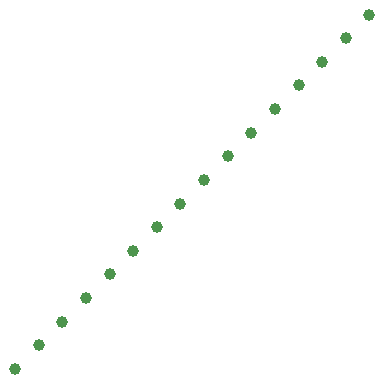
<source format=gbr>
G04 Examples for testing time performance of Gerber parsers*
%FSLAX26Y26*%
%MOMM*%
%ADD10C,1*%
%LPD*%
D10*
X0Y0D03*
X2000000Y2000000D03*
X4000000Y4000000D03*
X6000000Y6000000D03*
X8000000Y8000000D03*
X10000000Y10000000D03*
X12000000Y12000000D03*
X14000000Y14000000D03*
X16000000Y16000000D03*
X18000000Y18000000D03*
X20000000Y20000000D03*
X22000000Y22000000D03*
X24000000Y24000000D03*
X26000000Y26000000D03*
X28000000Y28000000D03*
X30000000Y30000000D03*
M02*

</source>
